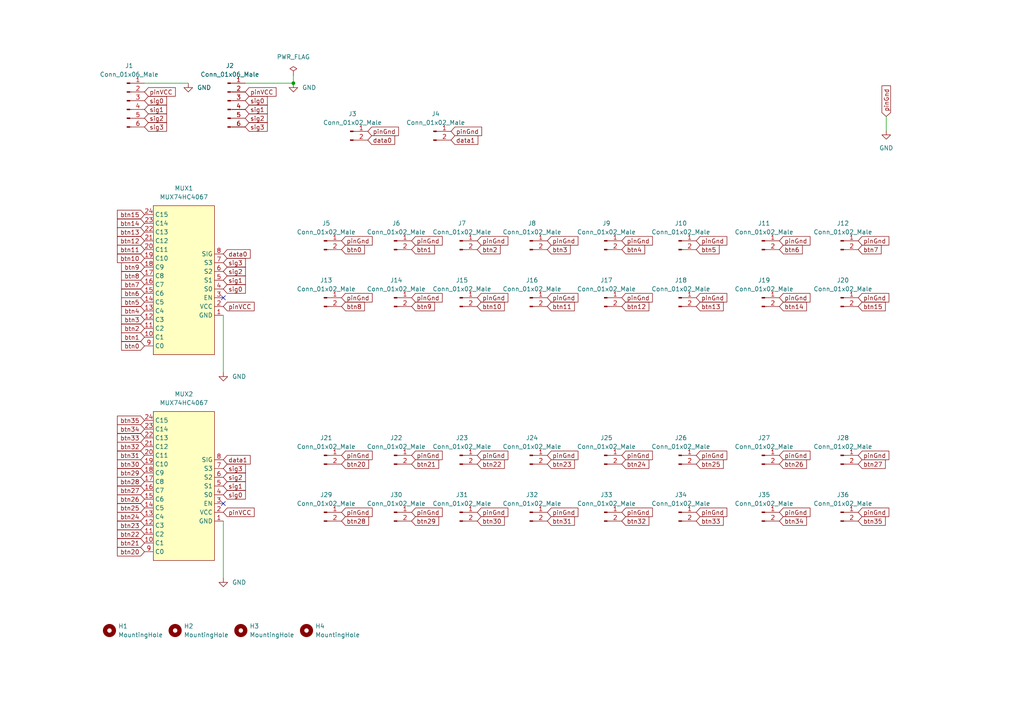
<source format=kicad_sch>
(kicad_sch (version 20211123) (generator eeschema)
  (paper "A4")
  (lib_symbols
    (symbol "2022-01-15_16-02-40:MUX74HC4067"
      (property "Reference" "MUX" (at 0 24.13 0))
      (property "Value" "MUX74HC4067" (at 0 -21.59 0))
      (symbol "MUX74HC4067_0_1"
        (rectangle (start -8.89 22.86) (end 8.89 -20.32) (fill (type background)))
      )
      (symbol "MUX74HC4067_1_1"
        (pin power_in line (at 11.43 -8.89 180) (length 2.54) (name "GND") (number "1"))
        (pin bidirectional line (at -11.43 -15.24 0) (length 2.54) (name "C1") (number "10"))
        (pin bidirectional line (at -11.43 -12.7 0) (length 2.54) (name "C2") (number "11"))
        (pin bidirectional line (at -11.43 -10.16 0) (length 2.54) (name "C3") (number "12"))
        (pin bidirectional line (at -11.43 -7.62 0) (length 2.54) (name "C4") (number "13"))
        (pin bidirectional line (at -11.43 -5.08 0) (length 2.54) (name "C5") (number "14"))
        (pin bidirectional line (at -11.43 -2.54 0) (length 2.54) (name "C6") (number "15"))
        (pin bidirectional line (at -11.43 0 0) (length 2.54) (name "C7") (number "16"))
        (pin bidirectional line (at -11.43 2.54 0) (length 2.54) (name "C8") (number "17"))
        (pin bidirectional line (at -11.43 5.08 0) (length 2.54) (name "C9") (number "18"))
        (pin bidirectional line (at -11.43 7.62 0) (length 2.54) (name "C10") (number "19"))
        (pin passive line (at 11.43 -6.35 180) (length 2.54) (name "VCC") (number "2"))
        (pin bidirectional line (at -11.43 10.16 0) (length 2.54) (name "C11") (number "20"))
        (pin bidirectional line (at -11.43 12.7 0) (length 2.54) (name "C12") (number "21"))
        (pin bidirectional line (at -11.43 15.24 0) (length 2.54) (name "C13") (number "22"))
        (pin bidirectional line (at -11.43 17.78 0) (length 2.54) (name "C14") (number "23"))
        (pin bidirectional line (at -11.43 20.32 0) (length 2.54) (name "C15") (number "24"))
        (pin input line (at 11.43 -3.81 180) (length 2.54) (name "EN") (number "3"))
        (pin input line (at 11.43 -1.27 180) (length 2.54) (name "S0") (number "4"))
        (pin input line (at 11.43 1.27 180) (length 2.54) (name "S1") (number "5"))
        (pin input line (at 11.43 3.81 180) (length 2.54) (name "S2") (number "6"))
        (pin input line (at 11.43 6.35 180) (length 2.54) (name "S3") (number "7"))
        (pin input line (at 11.43 8.89 180) (length 2.54) (name "SIG") (number "8"))
        (pin bidirectional line (at -11.43 -17.78 0) (length 2.54) (name "C0") (number "9"))
      )
    )
    (symbol "Connector:Conn_01x02_Male" (pin_names (offset 1.016) hide)
      (property "Reference" "J" (at 0 2.54 0))
      (property "Value" "Conn_01x02_Male" (at 0 -5.08 0))
      (symbol "Conn_01x02_Male_1_1"
        (polyline (pts (xy 1.27 -2.54) (xy 0.8636 -2.54)) (stroke (width 0.1524)))
        (polyline (pts (xy 1.27 0) (xy 0.8636 0)) (stroke (width 0.1524)))
        (rectangle (start 0.8636 -2.413) (end 0 -2.667) (stroke (width 0.1524)) (fill (type outline)))
        (rectangle (start 0.8636 0.127) (end 0 -0.127) (stroke (width 0.1524)) (fill (type outline)))
        (pin passive line (at 5.08 0 180) (length 3.81) (name "Pin_1") (number "1"))
        (pin passive line (at 5.08 -2.54 180) (length 3.81) (name "Pin_2") (number "2"))
      )
    )
    (symbol "Connector:Conn_01x06_Male" (pin_names (offset 1.016) hide)
      (property "Reference" "J" (at 0 7.62 0))
      (property "Value" "Conn_01x06_Male" (at 0 -10.16 0))
      (symbol "Conn_01x06_Male_1_1"
        (polyline (pts (xy 1.27 -7.62) (xy 0.8636 -7.62)) (stroke (width 0.1524)))
        (polyline (pts (xy 1.27 -5.08) (xy 0.8636 -5.08)) (stroke (width 0.1524)))
        (polyline (pts (xy 1.27 -2.54) (xy 0.8636 -2.54)) (stroke (width 0.1524)))
        (polyline (pts (xy 1.27 0) (xy 0.8636 0)) (stroke (width 0.1524)))
        (polyline (pts (xy 1.27 2.54) (xy 0.8636 2.54)) (stroke (width 0.1524)))
        (polyline (pts (xy 1.27 5.08) (xy 0.8636 5.08)) (stroke (width 0.1524)))
        (rectangle (start 0.8636 -7.493) (end 0 -7.747) (stroke (width 0.1524)) (fill (type outline)))
        (rectangle (start 0.8636 -4.953) (end 0 -5.207) (stroke (width 0.1524)) (fill (type outline)))
        (rectangle (start 0.8636 -2.413) (end 0 -2.667) (stroke (width 0.1524)) (fill (type outline)))
        (rectangle (start 0.8636 0.127) (end 0 -0.127) (stroke (width 0.1524)) (fill (type outline)))
        (rectangle (start 0.8636 2.667) (end 0 2.413) (stroke (width 0.1524)) (fill (type outline)))
        (rectangle (start 0.8636 5.207) (end 0 4.953) (stroke (width 0.1524)) (fill (type outline)))
        (pin passive line (at 5.08 5.08 180) (length 3.81) (name "Pin_1") (number "1"))
        (pin passive line (at 5.08 2.54 180) (length 3.81) (name "Pin_2") (number "2"))
        (pin passive line (at 5.08 0 180) (length 3.81) (name "Pin_3") (number "3"))
        (pin passive line (at 5.08 -2.54 180) (length 3.81) (name "Pin_4") (number "4"))
        (pin passive line (at 5.08 -5.08 180) (length 3.81) (name "Pin_5") (number "5"))
        (pin passive line (at 5.08 -7.62 180) (length 3.81) (name "Pin_6") (number "6"))
      )
    )
    (symbol "Mechanical:MountingHole" (pin_names (offset 1.016))
      (property "Reference" "H" (at 0 5.08 0))
      (property "Value" "MountingHole" (at 0 3.175 0))
      (symbol "MountingHole_0_1"
        (circle (center 0 0) (radius 1.27) (stroke (width 1.27)))
      )
    )
    (symbol "power:GND" (power) (pin_names (offset 0))
      (property "Value" "GND" (at 0 -3.81 0))
      (symbol "GND_0_1"
        (polyline (pts (xy 0 0) (xy 0 -1.27) (xy 1.27 -1.27) (xy 0 -2.54) (xy -1.27 -1.27) (xy 0 -1.27)))
      )
      (symbol "GND_1_1"
        (pin power_in line (at 0 0 270) (length 0) hide (name "GND") (number "1"))
      )
    )
    (symbol "power:PWR_FLAG" (power) (pin_numbers hide) (pin_names (offset 0) hide)
      (property "Value" "PWR_FLAG" (at 0 3.81 0))
      (symbol "PWR_FLAG_0_0"
        (pin power_out line (at 0 0 90) (length 0) (name "pwr") (number "1"))
      )
      (symbol "PWR_FLAG_0_1"
        (polyline (pts (xy 0 0) (xy 0 1.27) (xy -1.016 1.905) (xy 0 2.54) (xy 1.016 1.905) (xy 0 1.27)))
      )
    )
  )
  (junction (at 85.09 24.13))
  (no_connect (at 64.77 86.36))
  (no_connect (at 64.77 146.05))
  (wire (pts (xy 71.12 24.13) (xy 85.09 24.13)))
  (wire (pts (xy 41.91 24.13) (xy 54.61 24.13)))
  (wire (pts (xy 257.048 33.782) (xy 257.048 37.846)))
  (wire (pts (xy 64.77 91.44) (xy 64.77 107.95)))
  (wire (pts (xy 85.09 21.844) (xy 85.09 24.13)))
  (wire (pts (xy 64.77 151.13) (xy 64.77 167.64)))
  (global_label "pinGnd" (shape input) (at 138.43 148.59 0) (property "Intersheet References" "${INTERSHEET_REFS}" (effects hide)))
  (global_label "pinGnd" (shape input) (at 180.34 69.85 0) (property "Intersheet References" "${INTERSHEET_REFS}" (effects hide)))
  (global_label "pinGnd" (shape input) (at 248.92 69.85 0) (property "Intersheet References" "${INTERSHEET_REFS}" (effects hide)))
  (global_label "btn5" (shape input) (at 41.91 87.63 180) (property "Intersheet References" "${INTERSHEET_REFS}" (effects hide)))
  (global_label "btn35" (shape input) (at 41.91 121.92 180) (property "Intersheet References" "${INTERSHEET_REFS}" (effects hide)))
  (global_label "pinGnd" (shape input) (at 201.93 69.85 0) (property "Intersheet References" "${INTERSHEET_REFS}" (effects hide)))
  (global_label "data0" (shape input) (at 64.77 73.66 0) (property "Intersheet References" "${INTERSHEET_REFS}" (effects hide)))
  (global_label "pinGnd" (shape input) (at 138.43 86.36 0) (property "Intersheet References" "${INTERSHEET_REFS}" (effects hide)))
  (global_label "pinGnd" (shape input) (at 119.38 148.59 0) (property "Intersheet References" "${INTERSHEET_REFS}" (effects hide)))
  (global_label "sig3" (shape input) (at 41.91 36.83 0) (property "Intersheet References" "${INTERSHEET_REFS}" (effects hide)))
  (global_label "pinGnd" (shape input) (at 119.38 132.08 0) (property "Intersheet References" "${INTERSHEET_REFS}" (effects hide)))
  (global_label "btn11" (shape input) (at 41.91 72.39 180) (property "Intersheet References" "${INTERSHEET_REFS}" (effects hide)))
  (global_label "btn28" (shape input) (at 99.06 151.13 0) (property "Intersheet References" "${INTERSHEET_REFS}" (effects hide)))
  (global_label "pinGnd" (shape input) (at 226.06 132.08 0) (property "Intersheet References" "${INTERSHEET_REFS}" (effects hide)))
  (global_label "pinGnd" (shape input) (at 201.93 148.59 0) (property "Intersheet References" "${INTERSHEET_REFS}" (effects hide)))
  (global_label "btn6" (shape input) (at 226.06 72.39 0) (property "Intersheet References" "${INTERSHEET_REFS}" (effects hide)))
  (global_label "btn1" (shape input) (at 41.91 97.79 180) (property "Intersheet References" "${INTERSHEET_REFS}" (effects hide)))
  (global_label "btn35" (shape input) (at 248.92 151.13 0) (property "Intersheet References" "${INTERSHEET_REFS}" (effects hide)))
  (global_label "sig2" (shape input) (at 64.77 138.43 0) (property "Intersheet References" "${INTERSHEET_REFS}" (effects hide)))
  (global_label "btn8" (shape input) (at 99.06 88.9 0) (property "Intersheet References" "${INTERSHEET_REFS}" (effects hide)))
  (global_label "btn33" (shape input) (at 201.93 151.13 0) (property "Intersheet References" "${INTERSHEET_REFS}" (effects hide)))
  (global_label "data0" (shape input) (at 106.68 40.64 0) (property "Intersheet References" "${INTERSHEET_REFS}" (effects hide)))
  (global_label "sig0" (shape input) (at 64.77 143.51 0) (property "Intersheet References" "${INTERSHEET_REFS}" (effects hide)))
  (global_label "btn23" (shape input) (at 158.75 134.62 0) (property "Intersheet References" "${INTERSHEET_REFS}" (effects hide)))
  (global_label "btn21" (shape input) (at 41.91 157.48 180) (property "Intersheet References" "${INTERSHEET_REFS}" (effects hide)))
  (global_label "pinGnd" (shape input) (at 257.048 33.782 90) (property "Intersheet References" "${INTERSHEET_REFS}" (effects hide)))
  (global_label "pinGnd" (shape input) (at 158.75 132.08 0) (property "Intersheet References" "${INTERSHEET_REFS}" (effects hide)))
  (global_label "btn14" (shape input) (at 226.06 88.9 0) (property "Intersheet References" "${INTERSHEET_REFS}" (effects hide)))
  (global_label "pinVCC" (shape input) (at 64.77 148.59 0) (property "Intersheet References" "${INTERSHEET_REFS}" (effects hide)))
  (global_label "btn31" (shape input) (at 41.91 132.08 180) (property "Intersheet References" "${INTERSHEET_REFS}" (effects hide)))
  (global_label "btn9" (shape input) (at 41.91 77.47 180) (property "Intersheet References" "${INTERSHEET_REFS}" (effects hide)))
  (global_label "btn2" (shape input) (at 41.91 95.25 180) (property "Intersheet References" "${INTERSHEET_REFS}" (effects hide)))
  (global_label "btn15" (shape input) (at 41.91 62.23 180) (property "Intersheet References" "${INTERSHEET_REFS}" (effects hide)))
  (global_label "pinGnd" (shape input) (at 130.81 38.1 0) (property "Intersheet References" "${INTERSHEET_REFS}" (effects hide)))
  (global_label "btn7" (shape input) (at 41.91 82.55 180) (property "Intersheet References" "${INTERSHEET_REFS}" (effects hide)))
  (global_label "btn24" (shape input) (at 180.34 134.62 0) (property "Intersheet References" "${INTERSHEET_REFS}" (effects hide)))
  (global_label "pinGnd" (shape input) (at 99.06 132.08 0) (property "Intersheet References" "${INTERSHEET_REFS}" (effects hide)))
  (global_label "btn34" (shape input) (at 226.06 151.13 0) (property "Intersheet References" "${INTERSHEET_REFS}" (effects hide)))
  (global_label "btn23" (shape input) (at 41.91 152.4 180) (property "Intersheet References" "${INTERSHEET_REFS}" (effects hide)))
  (global_label "btn28" (shape input) (at 41.91 139.7 180) (property "Intersheet References" "${INTERSHEET_REFS}" (effects hide)))
  (global_label "pinVCC" (shape input) (at 41.91 26.67 0) (property "Intersheet References" "${INTERSHEET_REFS}" (effects hide)))
  (global_label "pinGnd" (shape input) (at 180.34 132.08 0) (property "Intersheet References" "${INTERSHEET_REFS}" (effects hide)))
  (global_label "btn29" (shape input) (at 119.38 151.13 0) (property "Intersheet References" "${INTERSHEET_REFS}" (effects hide)))
  (global_label "btn33" (shape input) (at 41.91 127 180) (property "Intersheet References" "${INTERSHEET_REFS}" (effects hide)))
  (global_label "pinGnd" (shape input) (at 138.43 69.85 0) (property "Intersheet References" "${INTERSHEET_REFS}" (effects hide)))
  (global_label "btn30" (shape input) (at 41.91 134.62 180) (property "Intersheet References" "${INTERSHEET_REFS}" (effects hide)))
  (global_label "btn27" (shape input) (at 248.92 134.62 0) (property "Intersheet References" "${INTERSHEET_REFS}" (effects hide)))
  (global_label "btn24" (shape input) (at 41.91 149.86 180) (property "Intersheet References" "${INTERSHEET_REFS}" (effects hide)))
  (global_label "pinGnd" (shape input) (at 180.34 86.36 0) (property "Intersheet References" "${INTERSHEET_REFS}" (effects hide)))
  (global_label "btn3" (shape input) (at 158.75 72.39 0) (property "Intersheet References" "${INTERSHEET_REFS}" (effects hide)))
  (global_label "pinGnd" (shape input) (at 99.06 86.36 0) (property "Intersheet References" "${INTERSHEET_REFS}" (effects hide)))
  (global_label "sig1" (shape input) (at 64.77 140.97 0) (property "Intersheet References" "${INTERSHEET_REFS}" (effects hide)))
  (global_label "sig2" (shape input) (at 64.77 78.74 0) (property "Intersheet References" "${INTERSHEET_REFS}" (effects hide)))
  (global_label "sig0" (shape input) (at 41.91 29.21 0) (property "Intersheet References" "${INTERSHEET_REFS}" (effects hide)))
  (global_label "btn7" (shape input) (at 248.92 72.39 0) (property "Intersheet References" "${INTERSHEET_REFS}" (effects hide)))
  (global_label "btn13" (shape input) (at 41.91 67.31 180) (property "Intersheet References" "${INTERSHEET_REFS}" (effects hide)))
  (global_label "pinVCC" (shape input) (at 64.77 88.9 0) (property "Intersheet References" "${INTERSHEET_REFS}" (effects hide)))
  (global_label "btn30" (shape input) (at 138.43 151.13 0) (property "Intersheet References" "${INTERSHEET_REFS}" (effects hide)))
  (global_label "btn12" (shape input) (at 41.91 69.85 180) (property "Intersheet References" "${INTERSHEET_REFS}" (effects hide)))
  (global_label "sig0" (shape input) (at 64.77 83.82 0) (property "Intersheet References" "${INTERSHEET_REFS}" (effects hide)))
  (global_label "btn20" (shape input) (at 41.91 160.02 180) (property "Intersheet References" "${INTERSHEET_REFS}" (effects hide)))
  (global_label "sig3" (shape input) (at 64.77 76.2 0) (property "Intersheet References" "${INTERSHEET_REFS}" (effects hide)))
  (global_label "btn25" (shape input) (at 201.93 134.62 0) (property "Intersheet References" "${INTERSHEET_REFS}" (effects hide)))
  (global_label "btn15" (shape input) (at 248.92 88.9 0) (property "Intersheet References" "${INTERSHEET_REFS}" (effects hide)))
  (global_label "btn0" (shape input) (at 99.06 72.39 0) (property "Intersheet References" "${INTERSHEET_REFS}" (effects hide)))
  (global_label "btn5" (shape input) (at 201.93 72.39 0) (property "Intersheet References" "${INTERSHEET_REFS}" (effects hide)))
  (global_label "sig0" (shape input) (at 71.12 29.21 0) (property "Intersheet References" "${INTERSHEET_REFS}" (effects hide)))
  (global_label "pinGnd" (shape input) (at 201.93 132.08 0) (property "Intersheet References" "${INTERSHEET_REFS}" (effects hide)))
  (global_label "btn3" (shape input) (at 41.91 92.71 180) (property "Intersheet References" "${INTERSHEET_REFS}" (effects hide)))
  (global_label "sig2" (shape input) (at 41.91 34.29 0) (property "Intersheet References" "${INTERSHEET_REFS}" (effects hide)))
  (global_label "btn4" (shape input) (at 180.34 72.39 0) (property "Intersheet References" "${INTERSHEET_REFS}" (effects hide)))
  (global_label "pinGnd" (shape input) (at 106.68 38.1 0) (property "Intersheet References" "${INTERSHEET_REFS}" (effects hide)))
  (global_label "btn21" (shape input) (at 119.38 134.62 0) (property "Intersheet References" "${INTERSHEET_REFS}" (effects hide)))
  (global_label "btn6" (shape input) (at 41.91 85.09 180) (property "Intersheet References" "${INTERSHEET_REFS}" (effects hide)))
  (global_label "pinGnd" (shape input) (at 119.38 69.85 0) (property "Intersheet References" "${INTERSHEET_REFS}" (effects hide)))
  (global_label "btn31" (shape input) (at 158.75 151.13 0) (property "Intersheet References" "${INTERSHEET_REFS}" (effects hide)))
  (global_label "sig1" (shape input) (at 71.12 31.75 0) (property "Intersheet References" "${INTERSHEET_REFS}" (effects hide)))
  (global_label "data1" (shape input) (at 130.81 40.64 0) (property "Intersheet References" "${INTERSHEET_REFS}" (effects hide)))
  (global_label "btn10" (shape input) (at 138.43 88.9 0) (property "Intersheet References" "${INTERSHEET_REFS}" (effects hide)))
  (global_label "pinGnd" (shape input) (at 226.06 86.36 0) (property "Intersheet References" "${INTERSHEET_REFS}" (effects hide)))
  (global_label "pinGnd" (shape input) (at 99.06 69.85 0) (property "Intersheet References" "${INTERSHEET_REFS}" (effects hide)))
  (global_label "pinGnd" (shape input) (at 248.92 86.36 0) (property "Intersheet References" "${INTERSHEET_REFS}" (effects hide)))
  (global_label "btn25" (shape input) (at 41.91 147.32 180) (property "Intersheet References" "${INTERSHEET_REFS}" (effects hide)))
  (global_label "pinGnd" (shape input) (at 138.43 132.08 0) (property "Intersheet References" "${INTERSHEET_REFS}" (effects hide)))
  (global_label "pinGnd" (shape input) (at 248.92 132.08 0) (property "Intersheet References" "${INTERSHEET_REFS}" (effects hide)))
  (global_label "btn10" (shape input) (at 41.91 74.93 180) (property "Intersheet References" "${INTERSHEET_REFS}" (effects hide)))
  (global_label "btn26" (shape input) (at 41.91 144.78 180) (property "Intersheet References" "${INTERSHEET_REFS}" (effects hide)))
  (global_label "btn22" (shape input) (at 41.91 154.94 180) (property "Intersheet References" "${INTERSHEET_REFS}" (effects hide)))
  (global_label "pinGnd" (shape input) (at 99.06 148.59 0) (property "Intersheet References" "${INTERSHEET_REFS}" (effects hide)))
  (global_label "btn4" (shape input) (at 41.91 90.17 180) (property "Intersheet References" "${INTERSHEET_REFS}" (effects hide)))
  (global_label "pinGnd" (shape input) (at 158.75 69.85 0) (property "Intersheet References" "${INTERSHEET_REFS}" (effects hide)))
  (global_label "btn26" (shape input) (at 226.06 134.62 0) (property "Intersheet References" "${INTERSHEET_REFS}" (effects hide)))
  (global_label "pinGnd" (shape input) (at 226.06 69.85 0) (property "Intersheet References" "${INTERSHEET_REFS}" (effects hide)))
  (global_label "btn20" (shape input) (at 99.06 134.62 0) (property "Intersheet References" "${INTERSHEET_REFS}" (effects hide)))
  (global_label "btn8" (shape input) (at 41.91 80.01 180) (property "Intersheet References" "${INTERSHEET_REFS}" (effects hide)))
  (global_label "btn2" (shape input) (at 138.43 72.39 0) (property "Intersheet References" "${INTERSHEET_REFS}" (effects hide)))
  (global_label "btn32" (shape input) (at 41.91 129.54 180) (property "Intersheet References" "${INTERSHEET_REFS}" (effects hide)))
  (global_label "btn34" (shape input) (at 41.91 124.46 180) (property "Intersheet References" "${INTERSHEET_REFS}" (effects hide)))
  (global_label "btn9" (shape input) (at 119.38 88.9 0) (property "Intersheet References" "${INTERSHEET_REFS}" (effects hide)))
  (global_label "btn14" (shape input) (at 41.91 64.77 180) (property "Intersheet References" "${INTERSHEET_REFS}" (effects hide)))
  (global_label "btn29" (shape input) (at 41.91 137.16 180) (property "Intersheet References" "${INTERSHEET_REFS}" (effects hide)))
  (global_label "btn22" (shape input) (at 138.43 134.62 0) (property "Intersheet References" "${INTERSHEET_REFS}" (effects hide)))
  (global_label "btn32" (shape input) (at 180.34 151.13 0) (property "Intersheet References" "${INTERSHEET_REFS}" (effects hide)))
  (global_label "pinGnd" (shape input) (at 119.38 86.36 0) (property "Intersheet References" "${INTERSHEET_REFS}" (effects hide)))
  (global_label "data1" (shape input) (at 64.77 133.35 0) (property "Intersheet References" "${INTERSHEET_REFS}" (effects hide)))
  (global_label "pinGnd" (shape input) (at 201.93 86.36 0) (property "Intersheet References" "${INTERSHEET_REFS}" (effects hide)))
  (global_label "sig3" (shape input) (at 64.77 135.89 0) (property "Intersheet References" "${INTERSHEET_REFS}" (effects hide)))
  (global_label "pinGnd" (shape input) (at 158.75 86.36 0) (property "Intersheet References" "${INTERSHEET_REFS}" (effects hide)))
  (global_label "btn12" (shape input) (at 180.34 88.9 0) (property "Intersheet References" "${INTERSHEET_REFS}" (effects hide)))
  (global_label "btn13" (shape input) (at 201.93 88.9 0) (property "Intersheet References" "${INTERSHEET_REFS}" (effects hide)))
  (global_label "sig3" (shape input) (at 71.12 36.83 0) (property "Intersheet References" "${INTERSHEET_REFS}" (effects hide)))
  (global_label "pinVCC" (shape input) (at 71.12 26.67 0) (property "Intersheet References" "${INTERSHEET_REFS}" (effects hide)))
  (global_label "btn1" (shape input) (at 119.38 72.39 0) (property "Intersheet References" "${INTERSHEET_REFS}" (effects hide)))
  (global_label "pinGnd" (shape input) (at 180.34 148.59 0) (property "Intersheet References" "${INTERSHEET_REFS}" (effects hide)))
  (global_label "pinGnd" (shape input) (at 226.06 148.59 0) (property "Intersheet References" "${INTERSHEET_REFS}" (effects hide)))
  (global_label "pinGnd" (shape input) (at 248.92 148.59 0) (property "Intersheet References" "${INTERSHEET_REFS}" (effects hide)))
  (global_label "btn0" (shape input) (at 41.91 100.33 180) (property "Intersheet References" "${INTERSHEET_REFS}" (effects hide)))
  (global_label "sig2" (shape input) (at 71.12 34.29 0) (property "Intersheet References" "${INTERSHEET_REFS}" (effects hide)))
  (global_label "sig1" (shape input) (at 41.91 31.75 0) (property "Intersheet References" "${INTERSHEET_REFS}" (effects hide)))
  (global_label "sig1" (shape input) (at 64.77 81.28 0) (property "Intersheet References" "${INTERSHEET_REFS}" (effects hide)))
  (global_label "btn11" (shape input) (at 158.75 88.9 0) (property "Intersheet References" "${INTERSHEET_REFS}" (effects hide)))
  (global_label "btn27" (shape input) (at 41.91 142.24 180) (property "Intersheet References" "${INTERSHEET_REFS}" (effects hide)))
  (global_label "pinGnd" (shape input) (at 158.75 148.59 0) (property "Intersheet References" "${INTERSHEET_REFS}" (effects hide)))
  (symbol (lib_id "Connector:Conn_01x02_Male") (at 220.98 148.59 0) (unit 1)
    (property "Reference" "J35" (at 221.615 143.51 0))
    (property "Value" "Conn_01x02_Male" (at 221.615 146.05 0))
    (property "Footprint" "Connector_JST:JST_XH_B2B-XH-A_1x02_P2.50mm_Vertical" (effects hide))
    (property "LCSC" "C158012" (effects hide))
    (property "JLC Rotation Offset" "180" (effects hide))
  )
  (symbol (lib_id "Connector:Conn_01x02_Male") (at 243.84 148.59 0) (unit 1)
    (property "Reference" "J36" (at 244.475 143.51 0))
    (property "Value" "Conn_01x02_Male" (at 244.475 146.05 0))
    (property "Footprint" "Connector_JST:JST_XH_B2B-XH-A_1x02_P2.50mm_Vertical" (effects hide))
    (property "LCSC" "C158012" (effects hide))
    (property "JLC Rotation Offset" "180" (effects hide))
  )
  (symbol (lib_id "Mechanical:MountingHole") (at 50.8 182.88 0) (unit 1) (in_bom no)
    (property "Reference" "H2" (at 53.34 181.6099 0) (effects (justify left)))
    (property "Value" "MountingHole" (at 53.34 184.1499 0) (effects (justify left)))
    (property "Footprint" "MountingHole:MountingHole_3.5mm" (effects hide))
  )
  (symbol (lib_id "2022-01-15_16-02-40:MUX74HC4067") (at 53.34 142.24 0) (unit 1) (in_bom no)
    (property "Reference" "MUX2" (at 53.34 114.3 0))
    (property "Value" "MUX74HC4067" (at 53.34 116.84 0))
    (property "Footprint" "footprints:74HC4067" (effects hide))
  )
  (symbol (lib_id "Connector:Conn_01x02_Male") (at 196.85 148.59 0) (unit 1)
    (property "Reference" "J34" (at 197.485 143.51 0))
    (property "Value" "Conn_01x02_Male" (at 197.485 146.05 0))
    (property "Footprint" "Connector_JST:JST_XH_B2B-XH-A_1x02_P2.50mm_Vertical" (effects hide))
    (property "LCSC" "C158012" (effects hide))
    (property "JLC Rotation Offset" "180" (effects hide))
  )
  (symbol (lib_id "Connector:Conn_01x02_Male") (at 175.26 148.59 0) (unit 1)
    (property "Reference" "J33" (at 175.895 143.51 0))
    (property "Value" "Conn_01x02_Male" (at 175.895 146.05 0))
    (property "Footprint" "Connector_JST:JST_XH_B2B-XH-A_1x02_P2.50mm_Vertical" (effects hide))
    (property "LCSC" "C158012" (effects hide))
    (property "JLC Rotation Offset" "180" (effects hide))
  )
  (symbol (lib_id "Connector:Conn_01x02_Male") (at 175.26 69.85 0) (unit 1)
    (property "Reference" "J9" (at 175.895 64.77 0))
    (property "Value" "Conn_01x02_Male" (at 175.895 67.31 0))
    (property "Footprint" "Connector_JST:JST_XH_B2B-XH-A_1x02_P2.50mm_Vertical" (effects hide))
    (property "LCSC" "C158012" (effects hide))
    (property "JLC Rotation Offset" "180" (effects hide))
  )
  (symbol (lib_id "Connector:Conn_01x02_Male") (at 153.67 132.08 0) (unit 1)
    (property "Reference" "J24" (at 154.305 127 0))
    (property "Value" "Conn_01x02_Male" (at 154.305 129.54 0))
    (property "Footprint" "Connector_JST:JST_XH_B2B-XH-A_1x02_P2.50mm_Vertical" (effects hide))
    (property "LCSC" "C158012" (effects hide))
    (property "JLC Rotation Offset" "180" (effects hide))
  )
  (symbol (lib_id "Connector:Conn_01x02_Male") (at 196.85 86.36 0) (unit 1)
    (property "Reference" "J18" (at 197.485 81.28 0))
    (property "Value" "Conn_01x02_Male" (at 197.485 83.82 0))
    (property "Footprint" "Connector_JST:JST_XH_B2B-XH-A_1x02_P2.50mm_Vertical" (effects hide))
    (property "LCSC" "C158012" (effects hide))
    (property "JLC Rotation Offset" "180" (effects hide))
  )
  (symbol (lib_id "power:GND") (at 85.09 24.13 0) (mirror y) (unit 1)
    (property "Reference" "#PWR0102" (effects hide))
    (property "Value" "GND" (at 87.63 25.3999 0) (effects (justify right)))
  )
  (symbol (lib_id "Connector:Conn_01x06_Male") (at 36.83 29.21 0) (unit 1)
    (property "Reference" "J1" (at 37.465 19.05 0))
    (property "Value" "Conn_01x06_Male" (at 37.465 21.59 0))
    (property "Footprint" "Connector_JST:JST_XH_B6B-XH-A_1x06_P2.50mm_Vertical" (effects hide))
    (property "LCSC" "C144397" (effects hide))
    (property "JLC Rotation Offset" "0" (effects hide))
  )
  (symbol (lib_id "Mechanical:MountingHole") (at 69.85 182.88 0) (unit 1) (in_bom no)
    (property "Reference" "H3" (at 72.39 181.6099 0) (effects (justify left)))
    (property "Value" "MountingHole" (at 72.39 184.1499 0) (effects (justify left)))
    (property "Footprint" "MountingHole:MountingHole_3.5mm" (effects hide))
  )
  (symbol (lib_id "Connector:Conn_01x02_Male") (at 153.67 148.59 0) (unit 1)
    (property "Reference" "J32" (at 154.305 143.51 0))
    (property "Value" "Conn_01x02_Male" (at 154.305 146.05 0))
    (property "Footprint" "Connector_JST:JST_XH_B2B-XH-A_1x02_P2.50mm_Vertical" (effects hide))
    (property "LCSC" "C158012" (effects hide))
    (property "JLC Rotation Offset" "180" (effects hide))
  )
  (symbol (lib_id "2022-01-15_16-02-40:MUX74HC4067") (at 53.34 82.55 0) (unit 1) (in_bom no)
    (property "Reference" "MUX1" (at 53.34 54.61 0))
    (property "Value" "MUX74HC4067" (at 53.34 57.15 0))
    (property "Footprint" "footprints:74HC4067" (effects hide))
  )
  (symbol (lib_id "Connector:Conn_01x02_Male") (at 175.26 132.08 0) (unit 1)
    (property "Reference" "J25" (at 175.895 127 0))
    (property "Value" "Conn_01x02_Male" (at 175.895 129.54 0))
    (property "Footprint" "Connector_JST:JST_XH_B2B-XH-A_1x02_P2.50mm_Vertical" (effects hide))
    (property "LCSC" "C158012" (effects hide))
    (property "JLC Rotation Offset" "180" (effects hide))
  )
  (symbol (lib_id "Connector:Conn_01x02_Male") (at 243.84 132.08 0) (unit 1)
    (property "Reference" "J28" (at 244.475 127 0))
    (property "Value" "Conn_01x02_Male" (at 244.475 129.54 0))
    (property "Footprint" "Connector_JST:JST_XH_B2B-XH-A_1x02_P2.50mm_Vertical" (effects hide))
    (property "LCSC" "C158012" (effects hide))
    (property "JLC Rotation Offset" "180" (effects hide))
  )
  (symbol (lib_id "Connector:Conn_01x02_Male") (at 101.6 38.1 0) (unit 1)
    (property "Reference" "J3" (at 102.235 33.02 0))
    (property "Value" "Conn_01x02_Male" (at 102.235 35.56 0))
    (property "Footprint" "Connector_JST:JST_XH_B2B-XH-A_1x02_P2.50mm_Vertical" (effects hide))
    (property "LCSC" "C158012" (effects hide))
    (property "JLC Rotation Offset" "180" (effects hide))
  )
  (symbol (lib_id "Connector:Conn_01x02_Male") (at 133.35 86.36 0) (unit 1)
    (property "Reference" "J15" (at 133.985 81.28 0))
    (property "Value" "Conn_01x02_Male" (at 133.985 83.82 0))
    (property "Footprint" "Connector_JST:JST_XH_B2B-XH-A_1x02_P2.50mm_Vertical" (effects hide))
    (property "LCSC" "C158012" (effects hide))
    (property "JLC Rotation Offset" "180" (effects hide))
  )
  (symbol (lib_id "Connector:Conn_01x02_Male") (at 133.35 69.85 0) (unit 1)
    (property "Reference" "J7" (at 133.985 64.77 0))
    (property "Value" "Conn_01x02_Male" (at 133.985 67.31 0))
    (property "Footprint" "Connector_JST:JST_XH_B2B-XH-A_1x02_P2.50mm_Vertical" (effects hide))
    (property "LCSC" "C158012" (effects hide))
    (property "JLC Rotation Offset" "180" (effects hide))
  )
  (symbol (lib_id "Connector:Conn_01x02_Male") (at 133.35 148.59 0) (unit 1)
    (property "Reference" "J31" (at 133.985 143.51 0))
    (property "Value" "Conn_01x02_Male" (at 133.985 146.05 0))
    (property "Footprint" "Connector_JST:JST_XH_B2B-XH-A_1x02_P2.50mm_Vertical" (effects hide))
    (property "LCSC" "C158012" (effects hide))
    (property "JLC Rotation Offset" "180" (effects hide))
  )
  (symbol (lib_id "power:GND") (at 257.048 37.846 0) (mirror y) (unit 1)
    (property "Reference" "#PWR03" (effects hide))
    (property "Value" "GND" (at 257.048 42.926 0))
  )
  (symbol (lib_id "Connector:Conn_01x02_Male") (at 243.84 69.85 0) (unit 1)
    (property "Reference" "J12" (at 244.475 64.77 0))
    (property "Value" "Conn_01x02_Male" (at 244.475 67.31 0))
    (property "Footprint" "Connector_JST:JST_XH_B2B-XH-A_1x02_P2.50mm_Vertical" (effects hide))
    (property "LCSC" "C158012" (effects hide))
    (property "JLC Rotation Offset" "180" (effects hide))
  )
  (symbol (lib_id "Connector:Conn_01x02_Male") (at 220.98 86.36 0) (unit 1)
    (property "Reference" "J19" (at 221.615 81.28 0))
    (property "Value" "Conn_01x02_Male" (at 221.615 83.82 0))
    (property "Footprint" "Connector_JST:JST_XH_B2B-XH-A_1x02_P2.50mm_Vertical" (effects hide))
    (property "LCSC" "C158012" (effects hide))
    (property "JLC Rotation Offset" "180" (effects hide))
  )
  (symbol (lib_id "power:GND") (at 64.77 167.64 0) (mirror y) (unit 1)
    (property "Reference" "#PWR07" (effects hide))
    (property "Value" "GND" (at 67.31 168.9099 0) (effects (justify right)))
  )
  (symbol (lib_id "power:GND") (at 54.61 24.13 0) (mirror y) (unit 1)
    (property "Reference" "#PWR0101" (effects hide))
    (property "Value" "GND" (at 57.15 25.3999 0) (effects (justify right)))
  )
  (symbol (lib_id "Connector:Conn_01x02_Male") (at 153.67 69.85 0) (unit 1)
    (property "Reference" "J8" (at 154.305 64.77 0))
    (property "Value" "Conn_01x02_Male" (at 154.305 67.31 0))
    (property "Footprint" "Connector_JST:JST_XH_B2B-XH-A_1x02_P2.50mm_Vertical" (effects hide))
    (property "LCSC" "C158012" (effects hide))
    (property "JLC Rotation Offset" "180" (effects hide))
  )
  (symbol (lib_id "Connector:Conn_01x02_Male") (at 114.3 86.36 0) (unit 1)
    (property "Reference" "J14" (at 114.935 81.28 0))
    (property "Value" "Conn_01x02_Male" (at 114.935 83.82 0))
    (property "Footprint" "Connector_JST:JST_XH_B2B-XH-A_1x02_P2.50mm_Vertical" (effects hide))
    (property "LCSC" "C158012" (effects hide))
    (property "JLC Rotation Offset" "180" (effects hide))
  )
  (symbol (lib_id "Connector:Conn_01x02_Male") (at 196.85 69.85 0) (unit 1)
    (property "Reference" "J10" (at 197.485 64.77 0))
    (property "Value" "Conn_01x02_Male" (at 197.485 67.31 0))
    (property "Footprint" "Connector_JST:JST_XH_B2B-XH-A_1x02_P2.50mm_Vertical" (effects hide))
    (property "LCSC" "C158012" (effects hide))
    (property "JLC Rotation Offset" "180" (effects hide))
  )
  (symbol (lib_id "Connector:Conn_01x02_Male") (at 243.84 86.36 0) (unit 1)
    (property "Reference" "J20" (at 244.475 81.28 0))
    (property "Value" "Conn_01x02_Male" (at 244.475 83.82 0))
    (property "Footprint" "Connector_JST:JST_XH_B2B-XH-A_1x02_P2.50mm_Vertical" (effects hide))
    (property "LCSC" "C158012" (effects hide))
    (property "JLC Rotation Offset" "180" (effects hide))
  )
  (symbol (lib_id "Connector:Conn_01x02_Male") (at 153.67 86.36 0) (unit 1)
    (property "Reference" "J16" (at 154.305 81.28 0))
    (property "Value" "Conn_01x02_Male" (at 154.305 83.82 0))
    (property "Footprint" "Connector_JST:JST_XH_B2B-XH-A_1x02_P2.50mm_Vertical" (effects hide))
    (property "LCSC" "C158012" (effects hide))
    (property "JLC Rotation Offset" "180" (effects hide))
  )
  (symbol (lib_id "Connector:Conn_01x02_Male") (at 196.85 132.08 0) (unit 1)
    (property "Reference" "J26" (at 197.485 127 0))
    (property "Value" "Conn_01x02_Male" (at 197.485 129.54 0))
    (property "Footprint" "Connector_JST:JST_XH_B2B-XH-A_1x02_P2.50mm_Vertical" (effects hide))
    (property "LCSC" "C158012" (effects hide))
    (property "JLC Rotation Offset" "180" (effects hide))
  )
  (symbol (lib_id "Connector:Conn_01x02_Male") (at 125.73 38.1 0) (unit 1)
    (property "Reference" "J4" (at 126.365 33.02 0))
    (property "Value" "Conn_01x02_Male" (at 126.365 35.56 0))
    (property "Footprint" "Connector_JST:JST_XH_B2B-XH-A_1x02_P2.50mm_Vertical" (effects hide))
    (property "LCSC" "C158012" (effects hide))
    (property "JLC Rotation Offset" "180" (effects hide))
  )
  (symbol (lib_id "power:GND") (at 64.77 107.95 0) (mirror y) (unit 1)
    (property "Reference" "#PWR04" (effects hide))
    (property "Value" "GND" (at 67.31 109.2199 0) (effects (justify right)))
  )
  (symbol (lib_id "Connector:Conn_01x02_Male") (at 93.98 86.36 0) (unit 1)
    (property "Reference" "J13" (at 94.615 81.28 0))
    (property "Value" "Conn_01x02_Male" (at 94.615 83.82 0))
    (property "Footprint" "Connector_JST:JST_XH_B2B-XH-A_1x02_P2.50mm_Vertical" (effects hide))
    (property "LCSC" "C158012" (effects hide))
    (property "JLC Rotation Offset" "180" (effects hide))
  )
  (symbol (lib_id "Connector:Conn_01x02_Male") (at 93.98 69.85 0) (unit 1)
    (property "Reference" "J5" (at 94.615 64.77 0))
    (property "Value" "Conn_01x02_Male" (at 94.615 67.31 0))
    (property "Footprint" "Connector_JST:JST_XH_B2B-XH-A_1x02_P2.50mm_Vertical" (effects hide))
    (property "LCSC" "C158012" (effects hide))
    (property "JLC Rotation Offset" "180" (effects hide))
  )
  (symbol (lib_id "Connector:Conn_01x02_Male") (at 93.98 132.08 0) (unit 1)
    (property "Reference" "J21" (at 94.615 127 0))
    (property "Value" "Conn_01x02_Male" (at 94.615 129.54 0))
    (property "Footprint" "Connector_JST:JST_XH_B2B-XH-A_1x02_P2.50mm_Vertical" (effects hide))
    (property "LCSC" "C158012" (effects hide))
    (property "JLC Rotation Offset" "180" (effects hide))
  )
  (symbol (lib_id "Connector:Conn_01x02_Male") (at 93.98 148.59 0) (unit 1)
    (property "Reference" "J29" (at 94.615 143.51 0))
    (property "Value" "Conn_01x02_Male" (at 94.615 146.05 0))
    (property "Footprint" "Connector_JST:JST_XH_B2B-XH-A_1x02_P2.50mm_Vertical" (effects hide))
    (property "LCSC" "C158012" (effects hide))
    (property "JLC Rotation Offset" "180" (effects hide))
  )
  (symbol (lib_id "Connector:Conn_01x02_Male") (at 175.26 86.36 0) (unit 1)
    (property "Reference" "J17" (at 175.895 81.28 0))
    (property "Value" "Conn_01x02_Male" (at 175.895 83.82 0))
    (property "Footprint" "Connector_JST:JST_XH_B2B-XH-A_1x02_P2.50mm_Vertical" (effects hide))
    (property "LCSC" "C158012" (effects hide))
    (property "JLC Rotation Offset" "180" (effects hide))
  )
  (symbol (lib_id "Connector:Conn_01x06_Male") (at 66.04 29.21 0) (unit 1)
    (property "Reference" "J2" (at 66.675 19.05 0))
    (property "Value" "Conn_01x06_Male" (at 66.675 21.59 0))
    (property "Footprint" "Connector_JST:JST_XH_B6B-XH-A_1x06_P2.50mm_Vertical" (effects hide))
    (property "LCSC" "C144397" (effects hide))
    (property "JLC Rotation Offset" "0" (effects hide))
  )
  (symbol (lib_id "Connector:Conn_01x02_Male") (at 114.3 132.08 0) (unit 1)
    (property "Reference" "J22" (at 114.935 127 0))
    (property "Value" "Conn_01x02_Male" (at 114.935 129.54 0))
    (property "Footprint" "Connector_JST:JST_XH_B2B-XH-A_1x02_P2.50mm_Vertical" (effects hide))
    (property "LCSC" "C158012" (effects hide))
    (property "JLC Rotation Offset" "180" (effects hide))
  )
  (symbol (lib_id "Connector:Conn_01x02_Male") (at 114.3 69.85 0) (unit 1)
    (property "Reference" "J6" (at 114.935 64.77 0))
    (property "Value" "Conn_01x02_Male" (at 114.935 67.31 0))
    (property "Footprint" "Connector_JST:JST_XH_B2B-XH-A_1x02_P2.50mm_Vertical" (effects hide))
    (property "LCSC" "C158012" (effects hide))
    (property "JLC Rotation Offset" "180" (effects hide))
  )
  (symbol (lib_id "Mechanical:MountingHole") (at 88.9 182.88 0) (unit 1) (in_bom no)
    (property "Reference" "H4" (at 91.44 181.6099 0) (effects (justify left)))
    (property "Value" "MountingHole" (at 91.44 184.1499 0) (effects (justify left)))
    (property "Footprint" "MountingHole:MountingHole_3.5mm" (effects hide))
  )
  (symbol (lib_id "Connector:Conn_01x02_Male") (at 220.98 132.08 0) (unit 1)
    (property "Reference" "J27" (at 221.615 127 0))
    (property "Value" "Conn_01x02_Male" (at 221.615 129.54 0))
    (property "Footprint" "Connector_JST:JST_XH_B2B-XH-A_1x02_P2.50mm_Vertical" (effects hide))
    (property "LCSC" "C158012" (effects hide))
    (property "JLC Rotation Offset" "180" (effects hide))
  )
  (symbol (lib_id "Mechanical:MountingHole") (at 31.75 182.88 0) (unit 1) (in_bom no)
    (property "Reference" "H1" (at 34.29 181.6099 0) (effects (justify left)))
    (property "Value" "MountingHole" (at 34.29 184.1499 0) (effects (justify left)))
    (property "Footprint" "MountingHole:MountingHole_3.5mm" (effects hide))
  )
  (symbol (lib_id "Connector:Conn_01x02_Male") (at 220.98 69.85 0) (unit 1)
    (property "Reference" "J11" (at 221.615 64.77 0))
    (property "Value" "Conn_01x02_Male" (at 221.615 67.31 0))
    (property "Footprint" "Connector_JST:JST_XH_B2B-XH-A_1x02_P2.50mm_Vertical" (effects hide))
    (property "LCSC" "C158012" (effects hide))
    (property "JLC Rotation Offset" "180" (effects hide))
  )
  (symbol (lib_id "Connector:Conn_01x02_Male") (at 114.3 148.59 0) (unit 1)
    (property "Reference" "J30" (at 114.935 143.51 0))
    (property "Value" "Conn_01x02_Male" (at 114.935 146.05 0))
    (property "Footprint" "Connector_JST:JST_XH_B2B-XH-A_1x02_P2.50mm_Vertical" (effects hide))
    (property "LCSC" "C158012" (effects hide))
    (property "JLC Rotation Offset" "180" (effects hide))
  )
  (symbol (lib_id "Connector:Conn_01x02_Male") (at 133.35 132.08 0) (unit 1)
    (property "Reference" "J23" (at 133.985 127 0))
    (property "Value" "Conn_01x02_Male" (at 133.985 129.54 0))
    (property "Footprint" "Connector_JST:JST_XH_B2B-XH-A_1x02_P2.50mm_Vertical" (effects hide))
    (property "LCSC" "C158012" (effects hide))
    (property "JLC Rotation Offset" "180" (effects hide))
  )
  (symbol (lib_id "power:PWR_FLAG") (at 85.09 21.844 0) (unit 1)
    (property "Reference" "#FLG0101" (effects hide))
    (property "Value" "PWR_FLAG" (at 85.09 16.51 0))
  )
)
</source>
